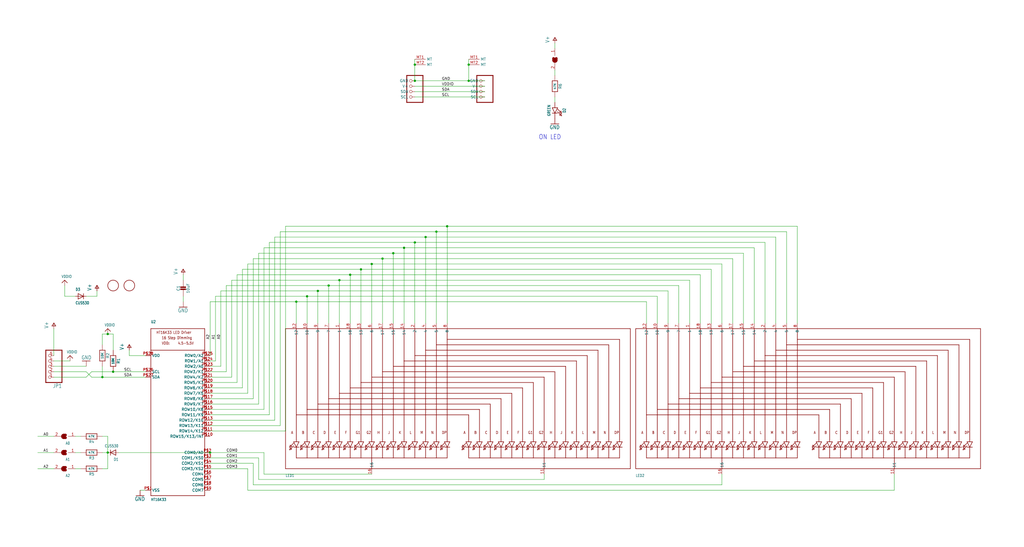
<source format=kicad_sch>
(kicad_sch (version 20230121) (generator eeschema)
  (paper "User" 482.803 257.835)
  (lib_symbols
    (symbol "working-eagle-import:CAP_CERAMIC0805-NOOUTLINE"
      (property "Reference" "C" (at -2.29 1.25 90))
      (symbol "CAP_CERAMIC0805-NOOUTLINE_1_0"
        (pin passive line (at 0 5.08 270) (length 2.54) (name "1") (number "1"))
        (pin passive line (at 0 -2.54 90) (length 2.54) (name "2") (number "2"))
      )
    )
    (symbol "working-eagle-import:DIODESOD-323F"
      (property "Reference" "D" (at -2.54 2.54 0))
      (symbol "DIODESOD-323F_1_0"
        (pin passive line (at -2.54 0 0) (length 2.54) (name "A") (number "A"))
        (pin passive line (at 2.54 0 180) (length 2.54) (name "C") (number "C"))
      )
    )
    (symbol "working-eagle-import:DISP_SEGMENT_STARBURST_DUAL_COMMONCATHODE"
      (property "Reference" "LED" (at -81.28 38.1 0))
      (symbol "DISP_SEGMENT_STARBURST_DUAL_COMMONCATHODE_1_0"
        (text "A" (at -78.74 17.78 0) (effects (font (size 1.27 1.0795)) (justify left bottom)))
        (text "A" (at 2.54 17.78 0) (effects (font (size 1.27 1.0795)) (justify left bottom)))
        (text "B" (at -73.66 17.78 0) (effects (font (size 1.27 1.0795)) (justify left bottom)))
        (text "B" (at 7.62 17.78 0) (effects (font (size 1.27 1.0795)) (justify left bottom)))
        (text "C" (at -68.58 17.78 0) (effects (font (size 1.27 1.0795)) (justify left bottom)))
        (text "C" (at 12.7 17.78 0) (effects (font (size 1.27 1.0795)) (justify left bottom)))
        (text "D" (at -63.5 17.78 0) (effects (font (size 1.27 1.0795)) (justify left bottom)))
        (text "D" (at 17.78 17.78 0) (effects (font (size 1.27 1.0795)) (justify left bottom)))
        (text "DP" (at -7.62 17.78 0) (effects (font (size 1.27 1.0795)) (justify left bottom)))
        (text "DP" (at 73.66 17.78 0) (effects (font (size 1.27 1.0795)) (justify left bottom)))
        (text "E" (at -58.42 17.78 0) (effects (font (size 1.27 1.0795)) (justify left bottom)))
        (text "E" (at 22.86 17.78 0) (effects (font (size 1.27 1.0795)) (justify left bottom)))
        (text "F" (at -53.34 17.78 0) (effects (font (size 1.27 1.0795)) (justify left bottom)))
        (text "F" (at 27.94 17.78 0) (effects (font (size 1.27 1.0795)) (justify left bottom)))
        (text "G1" (at -48.26 17.78 0) (effects (font (size 1.27 1.0795)) (justify left bottom)))
        (text "G1" (at 33.02 17.78 0) (effects (font (size 1.27 1.0795)) (justify left bottom)))
        (text "G2" (at -43.18 17.78 0) (effects (font (size 1.27 1.0795)) (justify left bottom)))
        (text "G2" (at 38.1 17.78 0) (effects (font (size 1.27 1.0795)) (justify left bottom)))
        (text "H" (at -38.1 17.78 0) (effects (font (size 1.27 1.0795)) (justify left bottom)))
        (text "H" (at 43.18 17.78 0) (effects (font (size 1.27 1.0795)) (justify left bottom)))
        (text "J" (at -33.02 17.78 0) (effects (font (size 1.27 1.0795)) (justify left bottom)))
        (text "J" (at 48.26 17.78 0) (effects (font (size 1.27 1.0795)) (justify left bottom)))
        (text "K" (at -27.94 17.78 0) (effects (font (size 1.27 1.0795)) (justify left bottom)))
        (text "K" (at 53.34 17.78 0) (effects (font (size 1.27 1.0795)) (justify left bottom)))
        (text "L" (at -22.86 17.78 0) (effects (font (size 1.27 1.0795)) (justify left bottom)))
        (text "L" (at 58.42 17.78 0) (effects (font (size 1.27 1.0795)) (justify left bottom)))
        (text "M" (at -17.78 17.78 0) (effects (font (size 1.27 1.0795)) (justify left bottom)))
        (text "M" (at 63.5 17.78 0) (effects (font (size 1.27 1.0795)) (justify left bottom)))
        (text "N" (at -12.7 17.78 0) (effects (font (size 1.27 1.0795)) (justify left bottom)))
        (text "N" (at 68.58 17.78 0) (effects (font (size 1.27 1.0795)) (justify left bottom)))
        (pin bidirectional line (at -55.88 -33.02 90) (length 2.54) (name "1") (number "1"))
        (pin bidirectional line (at -71.12 -33.02 90) (length 2.54) (name "10") (number "10"))
        (pin bidirectional line (at 40.64 38.1 270) (length 2.54) (name "11") (number "11"))
        (pin bidirectional line (at -76.2 -33.02 90) (length 2.54) (name "12") (number "12"))
        (pin bidirectional line (at -45.72 -33.02 90) (length 2.54) (name "13") (number "13"))
        (pin bidirectional line (at -25.4 -33.02 90) (length 2.54) (name "14") (number "14"))
        (pin bidirectional line (at -30.48 -33.02 90) (length 2.54) (name "15") (number "15"))
        (pin bidirectional line (at -40.64 38.1 270) (length 2.54) (name "16") (number "16"))
        (pin bidirectional line (at -35.56 -33.02 90) (length 2.54) (name "17") (number "17"))
        (pin bidirectional line (at -50.8 -33.02 90) (length 2.54) (name "18") (number "18"))
        (pin bidirectional line (at -20.32 -33.02 90) (length 2.54) (name "2") (number "2"))
        (pin bidirectional line (at -15.24 -33.02 90) (length 2.54) (name "4") (number "4"))
        (pin bidirectional line (at -10.16 -33.02 90) (length 2.54) (name "5") (number "5"))
        (pin bidirectional line (at -40.64 -33.02 90) (length 2.54) (name "6") (number "6"))
        (pin bidirectional line (at -60.96 -33.02 90) (length 2.54) (name "7") (number "7"))
        (pin bidirectional line (at -5.08 -33.02 90) (length 2.54) (name "8") (number "8"))
        (pin bidirectional line (at -66.04 -33.02 90) (length 2.54) (name "9") (number "9"))
      )
    )
    (symbol "working-eagle-import:FIDUCIAL")
    (symbol "working-eagle-import:GND" (power)
      (property "Value" "GND" (at -2.54 -2.54 0))
      (symbol "GND_1_0"
        (pin power_in line (at 0 2.54 270) (length 2.54) (name "GND") (number "1"))
      )
    )
    (symbol "working-eagle-import:HEADER-1X570MIL"
      (property "Reference" "JP" (at -6.35 8.255 0))
      (symbol "HEADER-1X570MIL_1_0"
        (pin passive inverted (at -2.54 5.08 0) (length 2.54) (name "1") (number "1"))
        (pin passive inverted (at -2.54 2.54 0) (length 2.54) (name "2") (number "2"))
        (pin passive inverted (at -2.54 0 0) (length 2.54) (name "3") (number "3"))
        (pin passive inverted (at -2.54 -2.54 0) (length 2.54) (name "4") (number "4"))
        (pin passive inverted (at -2.54 -5.08 0) (length 2.54) (name "5") (number "5"))
      )
    )
    (symbol "working-eagle-import:HT16K33_SOP28_SKINNY"
      (property "Reference" "U" (at -12.7 40.64 0))
      (symbol "HT16K33_SOP28_SKINNY_1_0"
        (text "16 Step Dimming" (at -7.62 33.02 0) (effects (font (size 1.27 1.0795)) (justify left bottom)))
        (text "4.5-5.5V" (at 0 30.48 0) (effects (font (size 1.27 1.0795)) (justify left bottom)))
        (text "HT16K33 LED Driver" (at -10.16 35.56 0) (effects (font (size 1.27 1.0795)) (justify left bottom)))
        (text "VDD:" (at -7.62 30.48 0) (effects (font (size 1.27 1.0795)) (justify left bottom)))
        (pin bidirectional line (at -15.24 -38.1 0) (length 2.54) (name "VSS") (number "P$1"))
        (pin bidirectional line (at 15.24 -12.7 180) (length 2.54) (name "ROW15/K13/INT") (number "P$10"))
        (pin bidirectional line (at 15.24 -10.16 180) (length 2.54) (name "ROW14/K12") (number "P$11"))
        (pin bidirectional line (at 15.24 -7.62 180) (length 2.54) (name "ROW13/K11") (number "P$12"))
        (pin bidirectional line (at 15.24 -5.08 180) (length 2.54) (name "ROW12/K10") (number "P$13"))
        (pin bidirectional line (at 15.24 -2.54 180) (length 2.54) (name "ROW11/K9") (number "P$14"))
        (pin bidirectional line (at 15.24 0 180) (length 2.54) (name "ROW10/K8") (number "P$15"))
        (pin bidirectional line (at 15.24 2.54 180) (length 2.54) (name "ROW9/K7") (number "P$16"))
        (pin bidirectional line (at 15.24 5.08 180) (length 2.54) (name "ROW8/K6") (number "P$17"))
        (pin bidirectional line (at 15.24 7.62 180) (length 2.54) (name "ROW7/K5") (number "P$18"))
        (pin bidirectional line (at 15.24 10.16 180) (length 2.54) (name "ROW6/K4") (number "P$19"))
        (pin bidirectional line (at 15.24 -20.32 180) (length 2.54) (name "COM0/AD") (number "P$2"))
        (pin bidirectional line (at 15.24 12.7 180) (length 2.54) (name "ROW5/K3") (number "P$20"))
        (pin bidirectional line (at 15.24 15.24 180) (length 2.54) (name "ROW4/K2") (number "P$21"))
        (pin bidirectional line (at 15.24 17.78 180) (length 2.54) (name "ROW3/K1") (number "P$22"))
        (pin bidirectional line (at 15.24 20.32 180) (length 2.54) (name "ROW2/A0") (number "P$23"))
        (pin bidirectional line (at 15.24 22.86 180) (length 2.54) (name "ROW1/A1") (number "P$24"))
        (pin bidirectional line (at 15.24 25.4 180) (length 2.54) (name "ROW0/A2") (number "P$25"))
        (pin bidirectional line (at -15.24 17.78 0) (length 2.54) (name "SCL") (number "P$26"))
        (pin bidirectional line (at -15.24 15.24 0) (length 2.54) (name "SDA") (number "P$27"))
        (pin bidirectional line (at -15.24 25.4 0) (length 2.54) (name "VDD") (number "P$28"))
        (pin bidirectional line (at 15.24 -22.86 180) (length 2.54) (name "COM1/KS0") (number "P$3"))
        (pin bidirectional line (at 15.24 -25.4 180) (length 2.54) (name "COM2/KS1") (number "P$4"))
        (pin bidirectional line (at 15.24 -27.94 180) (length 2.54) (name "COM3/KS2") (number "P$5"))
        (pin bidirectional line (at 15.24 -30.48 180) (length 2.54) (name "COM4") (number "P$6"))
        (pin bidirectional line (at 15.24 -33.02 180) (length 2.54) (name "COM5") (number "P$7"))
        (pin bidirectional line (at 15.24 -35.56 180) (length 2.54) (name "COM6") (number "P$8"))
        (pin bidirectional line (at 15.24 -38.1 180) (length 2.54) (name "COM7") (number "P$9"))
      )
    )
    (symbol "working-eagle-import:LED0603_NOOUTLINE"
      (property "Reference" "D" (at -1.27 4.445 0))
      (symbol "LED0603_NOOUTLINE_1_0"
        (pin passive line (at -5.08 0 0) (length 2.54) (name "A") (number "A"))
        (pin passive line (at 2.54 0 180) (length 2.54) (name "C") (number "C"))
      )
    )
    (symbol "working-eagle-import:RESISTOR_0603_NOOUT"
      (property "Reference" "R" (at 0 2.54 0))
      (symbol "RESISTOR_0603_NOOUT_1_0"
        (pin passive line (at -5.08 0 0) (length 2.54) (name "1") (number "1"))
        (pin passive line (at 5.08 0 180) (length 2.54) (name "2") (number "2"))
      )
    )
    (symbol "working-eagle-import:SOLDERJUMPERCLOSED"
      (property "Reference" "SJ" (at -2.54 2.54 0))
      (symbol "SOLDERJUMPERCLOSED_1_0"
        (pin passive line (at -5.08 0 0) (length 2.54) (name "1") (number "1"))
        (pin passive line (at 5.08 0 180) (length 2.54) (name "2") (number "2"))
      )
    )
    (symbol "working-eagle-import:SOLDERJUMPERREFLOW_NOPASTE"
      (property "Reference" "SJ" (at -2.54 2.54 0))
      (symbol "SOLDERJUMPERREFLOW_NOPASTE_1_0"
        (pin passive line (at -5.08 0 0) (length 2.54) (name "1") (number "1"))
        (pin passive line (at 5.08 0 180) (length 2.54) (name "2") (number "2"))
      )
    )
    (symbol "working-eagle-import:STEMMA_I2C_QTRA"
      (symbol "STEMMA_I2C_QTRA_1_0"
        (pin passive inverted (at 0 5.08 0) (length 2.54) (name "GND") (number "1"))
        (pin passive inverted (at 0 2.54 0) (length 2.54) (name "V+") (number "2"))
        (pin passive inverted (at 0 0 0) (length 2.54) (name "SDA") (number "3"))
        (pin passive inverted (at 0 -2.54 0) (length 2.54) (name "SCL") (number "4"))
      )
      (symbol "STEMMA_I2C_QTRA_2_0"
        (pin bidirectional line (at 0 0 0) (length 5.08) (name "MT") (number "MT1"))
      )
      (symbol "STEMMA_I2C_QTRA_3_0"
        (pin bidirectional line (at 0 0 0) (length 5.08) (name "MT") (number "MT2"))
      )
    )
    (symbol "working-eagle-import:V+" (power)
      (property "Value" "V+" (at -2.54 -2.54 90))
      (symbol "V+_1_0"
        (pin power_in line (at 0 -2.54 90) (length 2.54) (name "V+") (number "1"))
      )
    )
    (symbol "working-eagle-import:VDDIO" (power)
      (property "Value" "VDDIO" (at -1.524 1.016 0))
      (symbol "VDDIO_1_0"
        (pin power_in line (at 0 -2.54 90) (length 2.54) (name "VDDIO") (number "1"))
      )
    )
  )
  (junction (at 149.86 137.16))
  (junction (at 195.58 38.1))
  (junction (at 220.98 30.48))
  (junction (at 220.98 38.1))
  (junction (at 180.34 121.92))
  (junction (at 185.42 119.38))
  (junction (at 210.82 106.68))
  (junction (at 144.78 139.7))
  (junction (at 170.18 127))
  (junction (at 53.34 175.26))
  (junction (at 99.06 213.36))
  (junction (at 165.1 129.54))
  (junction (at 50.8 157.48))
  (junction (at 50.8 213.36))
  (junction (at 139.7 142.24))
  (junction (at 154.94 134.62))
  (junction (at 195.58 114.3))
  (junction (at 48.26 177.8))
  (junction (at 160.02 132.08))
  (junction (at 200.66 111.76))
  (junction (at 175.26 124.46))
  (junction (at 195.58 30.48))
  (junction (at 190.5 116.84))
  (junction (at 205.74 109.22))
  (wire (pts (xy 116.84 220.98) (xy 116.84 231.14)) (stroke (width 0.1524)))
  (wire (pts (xy 99.06 175.26) (xy 106.68 175.26)) (stroke (width 0.1524)))
  (wire (pts (xy 180.34 121.92) (xy 180.34 152.4)) (stroke (width 0.1524)))
  (wire (pts (xy 104.14 172.72) (xy 104.14 137.16)) (stroke (width 0.1524)))
  (wire (pts (xy 25.4 220.98) (xy 17.78 220.98)) (stroke (width 0.1524)))
  (wire (pts (xy 360.68 114.3) (xy 360.68 152.4)) (stroke (width 0.1524)))
  (wire (pts (xy 228.6 38.1) (xy 220.98 38.1)) (stroke (width 0.1524)))
  (wire (pts (xy 99.06 220.98) (xy 116.84 220.98)) (stroke (width 0.1524)))
  (wire (pts (xy 127 114.3) (xy 195.58 114.3)) (stroke (width 0.1524)))
  (wire (pts (xy 190.5 116.84) (xy 190.5 152.4)) (stroke (width 0.1524)))
  (wire (pts (xy 33.02 170.18) (xy 25.4 170.18)) (stroke (width 0.1524)))
  (wire (pts (xy 190.5 116.84) (xy 355.6 116.84)) (stroke (width 0.1524)))
  (wire (pts (xy 144.78 139.7) (xy 144.78 152.4)) (stroke (width 0.1524)))
  (wire (pts (xy 154.94 134.62) (xy 154.94 152.4)) (stroke (width 0.1524)))
  (wire (pts (xy 99.06 187.96) (xy 119.38 187.96)) (stroke (width 0.1524)))
  (wire (pts (xy 48.26 220.98) (xy 50.8 220.98)) (stroke (width 0.1524)))
  (wire (pts (xy 48.26 205.74) (xy 50.8 205.74)) (stroke (width 0.1524)))
  (wire (pts (xy 38.1 220.98) (xy 35.56 220.98)) (stroke (width 0.1524)))
  (wire (pts (xy 101.6 139.7) (xy 144.78 139.7)) (stroke (width 0.1524)))
  (wire (pts (xy 165.1 129.54) (xy 330.2 129.54)) (stroke (width 0.1524)))
  (wire (pts (xy 149.86 137.16) (xy 149.86 152.4)) (stroke (width 0.1524)))
  (wire (pts (xy 119.38 228.6) (xy 340.36 228.6)) (stroke (width 0.1524)))
  (wire (pts (xy 99.06 218.44) (xy 119.38 218.44)) (stroke (width 0.1524)))
  (wire (pts (xy 48.26 177.8) (xy 48.26 172.72)) (stroke (width 0.1524)))
  (wire (pts (xy 139.7 142.24) (xy 139.7 152.4)) (stroke (width 0.1524)))
  (wire (pts (xy 116.84 231.14) (xy 421.64 231.14)) (stroke (width 0.1524)))
  (wire (pts (xy 210.82 106.68) (xy 210.82 152.4)) (stroke (width 0.1524)))
  (wire (pts (xy 50.8 220.98) (xy 50.8 213.36)) (stroke (width 0.1524)))
  (wire (pts (xy 40.64 175.26) (xy 43.18 177.8)) (stroke (width 0.1524)))
  (wire (pts (xy 345.44 121.92) (xy 345.44 152.4)) (stroke (width 0.1524)))
  (wire (pts (xy 121.92 119.38) (xy 185.42 119.38)) (stroke (width 0.1524)))
  (wire (pts (xy 99.06 167.64) (xy 99.06 142.24)) (stroke (width 0.1524)))
  (wire (pts (xy 261.62 48.26) (xy 261.62 45.72)) (stroke (width 0.1524)))
  (wire (pts (xy 86.36 129.54) (xy 86.36 132.08)) (stroke (width 0.1524)))
  (wire (pts (xy 104.14 137.16) (xy 149.86 137.16)) (stroke (width 0.1524)))
  (wire (pts (xy 114.3 127) (xy 170.18 127)) (stroke (width 0.1524)))
  (wire (pts (xy 60.96 167.64) (xy 60.96 165.1)) (stroke (width 0.1524)))
  (wire (pts (xy 124.46 116.84) (xy 190.5 116.84)) (stroke (width 0.1524)))
  (wire (pts (xy 50.8 213.36) (xy 50.8 205.74)) (stroke (width 0.1524)))
  (wire (pts (xy 228.6 45.72) (xy 195.58 45.72)) (stroke (width 0.1524)))
  (wire (pts (xy 127 195.58) (xy 127 114.3)) (stroke (width 0.1524)))
  (wire (pts (xy 99.06 213.36) (xy 124.46 213.36)) (stroke (width 0.1524)))
  (wire (pts (xy 119.38 187.96) (xy 119.38 121.92)) (stroke (width 0.1524)))
  (wire (pts (xy 175.26 124.46) (xy 340.36 124.46)) (stroke (width 0.1524)))
  (wire (pts (xy 228.6 43.18) (xy 195.58 43.18)) (stroke (width 0.1524)))
  (wire (pts (xy 340.36 228.6) (xy 340.36 223.52)) (stroke (width 0.1524)))
  (wire (pts (xy 365.76 111.76) (xy 365.76 152.4)) (stroke (width 0.1524)))
  (wire (pts (xy 124.46 193.04) (xy 124.46 116.84)) (stroke (width 0.1524)))
  (wire (pts (xy 119.38 218.44) (xy 119.38 228.6)) (stroke (width 0.1524)))
  (wire (pts (xy 99.06 200.66) (xy 132.08 200.66)) (stroke (width 0.1524)))
  (wire (pts (xy 99.06 193.04) (xy 124.46 193.04)) (stroke (width 0.1524)))
  (wire (pts (xy 99.06 180.34) (xy 111.76 180.34)) (stroke (width 0.1524)))
  (wire (pts (xy 99.06 170.18) (xy 101.6 170.18)) (stroke (width 0.1524)))
  (wire (pts (xy 175.26 124.46) (xy 175.26 152.4)) (stroke (width 0.1524)))
  (wire (pts (xy 35.56 139.7) (xy 30.48 139.7)) (stroke (width 0.1524)))
  (wire (pts (xy 185.42 119.38) (xy 185.42 152.4)) (stroke (width 0.1524)))
  (wire (pts (xy 106.68 175.26) (xy 106.68 134.62)) (stroke (width 0.1524)))
  (wire (pts (xy 129.54 111.76) (xy 200.66 111.76)) (stroke (width 0.1524)))
  (wire (pts (xy 370.84 109.22) (xy 370.84 152.4)) (stroke (width 0.1524)))
  (wire (pts (xy 185.42 119.38) (xy 350.52 119.38)) (stroke (width 0.1524)))
  (wire (pts (xy 205.74 109.22) (xy 370.84 109.22)) (stroke (width 0.1524)))
  (wire (pts (xy 132.08 200.66) (xy 132.08 109.22)) (stroke (width 0.1524)))
  (wire (pts (xy 121.92 190.5) (xy 121.92 119.38)) (stroke (width 0.1524)))
  (wire (pts (xy 121.92 215.9) (xy 121.92 226.06)) (stroke (width 0.1524)))
  (wire (pts (xy 124.46 213.36) (xy 124.46 223.52)) (stroke (width 0.1524)))
  (wire (pts (xy 68.58 175.26) (xy 53.34 175.26)) (stroke (width 0.1524)))
  (wire (pts (xy 99.06 172.72) (xy 104.14 172.72)) (stroke (width 0.1524)))
  (wire (pts (xy 134.62 203.2) (xy 134.62 106.68)) (stroke (width 0.1524)))
  (wire (pts (xy 25.4 167.64) (xy 25.4 154.94)) (stroke (width 0.1524)))
  (wire (pts (xy 45.72 137.16) (xy 45.72 139.7)) (stroke (width 0.1524)))
  (wire (pts (xy 139.7 142.24) (xy 304.8 142.24)) (stroke (width 0.1524)))
  (wire (pts (xy 68.58 177.8) (xy 48.26 177.8)) (stroke (width 0.1524)))
  (wire (pts (xy 111.76 180.34) (xy 111.76 129.54)) (stroke (width 0.1524)))
  (wire (pts (xy 320.04 134.62) (xy 320.04 152.4)) (stroke (width 0.1524)))
  (wire (pts (xy 38.1 205.74) (xy 35.56 205.74)) (stroke (width 0.1524)))
  (wire (pts (xy 210.82 106.68) (xy 375.92 106.68)) (stroke (width 0.1524)))
  (wire (pts (xy 43.18 175.26) (xy 40.64 177.8)) (stroke (width 0.1524)))
  (wire (pts (xy 129.54 198.12) (xy 129.54 111.76)) (stroke (width 0.1524)))
  (wire (pts (xy 121.92 226.06) (xy 256.54 226.06)) (stroke (width 0.1524)))
  (wire (pts (xy 195.58 30.48) (xy 195.58 38.1)) (stroke (width 0.1524)))
  (wire (pts (xy 340.36 124.46) (xy 340.36 152.4)) (stroke (width 0.1524)))
  (wire (pts (xy 50.8 157.48) (xy 53.34 157.48)) (stroke (width 0.1524)))
  (wire (pts (xy 200.66 111.76) (xy 365.76 111.76)) (stroke (width 0.1524)))
  (wire (pts (xy 170.18 127) (xy 335.28 127)) (stroke (width 0.1524)))
  (wire (pts (xy 86.36 142.24) (xy 86.36 139.7)) (stroke (width 0.1524)))
  (wire (pts (xy 99.06 195.58) (xy 127 195.58)) (stroke (width 0.1524)))
  (wire (pts (xy 228.6 40.64) (xy 195.58 40.64)) (stroke (width 0.1524)))
  (wire (pts (xy 99.06 203.2) (xy 134.62 203.2)) (stroke (width 0.1524)))
  (wire (pts (xy 25.4 213.36) (xy 17.78 213.36)) (stroke (width 0.1524)))
  (wire (pts (xy 355.6 116.84) (xy 355.6 152.4)) (stroke (width 0.1524)))
  (wire (pts (xy 304.8 142.24) (xy 304.8 152.4)) (stroke (width 0.1524)))
  (wire (pts (xy 109.22 132.08) (xy 160.02 132.08)) (stroke (width 0.1524)))
  (wire (pts (xy 99.06 182.88) (xy 114.3 182.88)) (stroke (width 0.1524)))
  (wire (pts (xy 101.6 170.18) (xy 101.6 139.7)) (stroke (width 0.1524)))
  (wire (pts (xy 144.78 139.7) (xy 309.88 139.7)) (stroke (width 0.1524)))
  (wire (pts (xy 48.26 162.56) (xy 48.26 157.48)) (stroke (width 0.1524)))
  (wire (pts (xy 421.64 231.14) (xy 421.64 223.52)) (stroke (width 0.1524)))
  (wire (pts (xy 220.98 30.48) (xy 220.98 27.94)) (stroke (width 0.1524)))
  (wire (pts (xy 53.34 175.26) (xy 43.18 175.26)) (stroke (width 0.1524)))
  (wire (pts (xy 195.58 114.3) (xy 195.58 152.4)) (stroke (width 0.1524)))
  (wire (pts (xy 134.62 106.68) (xy 210.82 106.68)) (stroke (width 0.1524)))
  (wire (pts (xy 149.86 137.16) (xy 314.96 137.16)) (stroke (width 0.1524)))
  (wire (pts (xy 165.1 129.54) (xy 165.1 152.4)) (stroke (width 0.1524)))
  (wire (pts (xy 30.48 139.7) (xy 30.48 134.62)) (stroke (width 0.1524)))
  (wire (pts (xy 309.88 139.7) (xy 309.88 152.4)) (stroke (width 0.1524)))
  (wire (pts (xy 180.34 121.92) (xy 345.44 121.92)) (stroke (width 0.1524)))
  (wire (pts (xy 43.18 177.8) (xy 48.26 177.8)) (stroke (width 0.1524)))
  (wire (pts (xy 40.64 172.72) (xy 25.4 172.72)) (stroke (width 0.1524)))
  (wire (pts (xy 205.74 109.22) (xy 205.74 152.4)) (stroke (width 0.1524)))
  (wire (pts (xy 170.18 127) (xy 170.18 152.4)) (stroke (width 0.1524)))
  (wire (pts (xy 375.92 106.68) (xy 375.92 152.4)) (stroke (width 0.1524)))
  (wire (pts (xy 66.04 231.14) (xy 68.58 231.14)) (stroke (width 0.1524)))
  (wire (pts (xy 116.84 185.42) (xy 116.84 124.46)) (stroke (width 0.1524)))
  (wire (pts (xy 154.94 134.62) (xy 320.04 134.62)) (stroke (width 0.1524)))
  (wire (pts (xy 350.52 119.38) (xy 350.52 152.4)) (stroke (width 0.1524)))
  (wire (pts (xy 99.06 215.9) (xy 121.92 215.9)) (stroke (width 0.1524)))
  (wire (pts (xy 109.22 177.8) (xy 109.22 132.08)) (stroke (width 0.1524)))
  (wire (pts (xy 195.58 27.94) (xy 195.58 30.48)) (stroke (width 0.1524)))
  (wire (pts (xy 45.72 139.7) (xy 40.64 139.7)) (stroke (width 0.1524)))
  (wire (pts (xy 195.58 114.3) (xy 360.68 114.3)) (stroke (width 0.1524)))
  (wire (pts (xy 160.02 132.08) (xy 325.12 132.08)) (stroke (width 0.1524)))
  (wire (pts (xy 124.46 223.52) (xy 175.26 223.52)) (stroke (width 0.1524)))
  (wire (pts (xy 114.3 182.88) (xy 114.3 127)) (stroke (width 0.1524)))
  (wire (pts (xy 335.28 127) (xy 335.28 152.4)) (stroke (width 0.1524)))
  (wire (pts (xy 132.08 109.22) (xy 205.74 109.22)) (stroke (width 0.1524)))
  (wire (pts (xy 111.76 129.54) (xy 165.1 129.54)) (stroke (width 0.1524)))
  (wire (pts (xy 220.98 38.1) (xy 195.58 38.1)) (stroke (width 0.1524)))
  (wire (pts (xy 314.96 137.16) (xy 314.96 152.4)) (stroke (width 0.1524)))
  (wire (pts (xy 17.78 205.74) (xy 25.4 205.74)) (stroke (width 0.1524)))
  (wire (pts (xy 160.02 132.08) (xy 160.02 152.4)) (stroke (width 0.1524)))
  (wire (pts (xy 106.68 134.62) (xy 154.94 134.62)) (stroke (width 0.1524)))
  (wire (pts (xy 200.66 111.76) (xy 200.66 152.4)) (stroke (width 0.1524)))
  (wire (pts (xy 220.98 38.1) (xy 220.98 30.48)) (stroke (width 0.1524)))
  (wire (pts (xy 99.06 142.24) (xy 139.7 142.24)) (stroke (width 0.1524)))
  (wire (pts (xy 330.2 129.54) (xy 330.2 152.4)) (stroke (width 0.1524)))
  (wire (pts (xy 55.88 213.36) (xy 99.06 213.36)) (stroke (width 0.1524)))
  (wire (pts (xy 38.1 213.36) (xy 35.56 213.36)) (stroke (width 0.1524)))
  (wire (pts (xy 99.06 177.8) (xy 109.22 177.8)) (stroke (width 0.1524)))
  (wire (pts (xy 99.06 198.12) (xy 129.54 198.12)) (stroke (width 0.1524)))
  (wire (pts (xy 48.26 157.48) (xy 50.8 157.48)) (stroke (width 0.1524)))
  (wire (pts (xy 261.62 33.02) (xy 261.62 35.56)) (stroke (width 0.1524)))
  (wire (pts (xy 116.84 124.46) (xy 175.26 124.46)) (stroke (width 0.1524)))
  (wire (pts (xy 48.26 213.36) (xy 50.8 213.36)) (stroke (width 0.1524)))
  (wire (pts (xy 53.34 157.48) (xy 53.34 165.1)) (stroke (width 0.1524)))
  (wire (pts (xy 261.62 20.32) (xy 261.62 22.86)) (stroke (width 0.1524)))
  (wire (pts (xy 68.58 167.64) (xy 60.96 167.64)) (stroke (width 0.1524)))
  (wire (pts (xy 256.54 226.06) (xy 256.54 223.52)) (stroke (width 0.1524)))
  (wire (pts (xy 99.06 185.42) (xy 116.84 185.42)) (stroke (width 0.1524)))
  (wire (pts (xy 325.12 132.08) (xy 325.12 152.4)) (stroke (width 0.1524)))
  (wire (pts (xy 99.06 190.5) (xy 121.92 190.5)) (stroke (width 0.1524)))
  (wire (pts (xy 25.4 175.26) (xy 40.64 175.26)) (stroke (width 0.1524)))
  (wire (pts (xy 119.38 121.92) (xy 180.34 121.92)) (stroke (width 0.1524)))
  (wire (pts (xy 40.64 177.8) (xy 25.4 177.8)) (stroke (width 0.1524)))
  (text "ON LED" (at 254 66.04 0) (effects (font (size 2.1844 1.8567)) (justify left bottom)))
  (label "VDDIO" (at 208.28 40.64 0) (effects (font (size 1.2446 1.2446))))
  (label "SDA" (at 208.28 43.18 0) (effects (font (size 1.2446 1.2446))))
  (label "COM1" (at 106.68 215.9 0) (effects (font (size 1.2446 1.2446))))
  (label "A2" (at 22.86 220.98 180) (effects (font (size 1.2446 1.2446))))
  (label "GND" (at 208.28 38.1 0) (effects (font (size 1.2446 1.2446))))
  (label "SCL" (at 58.42 175.26 0) (effects (font (size 1.2446 1.2446))))
  (label "A2" (at 99.06 160.02 90) (effects (font (size 1.2446 1.2446))))
  (label "SDA" (at 58.42 177.8 0) (effects (font (size 1.2446 1.2446))))
  (label "COM0" (at 106.68 213.36 0) (effects (font (size 1.2446 1.2446))))
  (label "A0" (at 22.86 205.74 180) (effects (font (size 1.2446 1.2446))))
  (label "A0" (at 104.14 160.02 90) (effects (font (size 1.2446 1.2446))))
  (label "COM2" (at 106.68 218.44 0) (effects (font (size 1.2446 1.2446))))
  (label "A1" (at 101.6 160.02 90) (effects (font (size 1.2446 1.2446))))
  (label "COM3" (at 106.68 220.98 0) (effects (font (size 1.2446 1.2446))))
  (label "A1" (at 22.86 213.36 180) (effects (font (size 1.2446 1.2446))))
  (label "SCL" (at 208.28 45.72 0) (effects (font (size 1.2446 1.2446))))
  (symbol (lib_id "working-eagle-import:VDDIO") (at 33.02 167.64 0) (unit 1)
    (property "Reference" "#U$9" (effects hide))
    (property "Value" "VDDIO" (at 31.496 166.624 0) (effects (font (size 1.27 1.0795)) (justify left bottom)))
  )
  (symbol (lib_id "working-eagle-import:STEMMA_I2C_QTRA") (at 220.98 30.48 0) (unit 3)
    (property "Reference" "CONN2" (effects hide))
    (property "Value" "STEMMA_I2C_QTRA" (effects hide))
    (property "Footprint" "working:JST_SH4_RA" (effects hide))
  )
  (symbol (lib_id "working-eagle-import:DISP_SEGMENT_STARBURST_DUAL_COMMONCATHODE") (at 381 185.42 0) (mirror x) (unit 1)
    (property "Reference" "LED2" (at 299.72 223.52 0) (effects (font (size 1.27 1.0795)) (justify left bottom)))
    (property "Value" "DISP_SEGMENT_STARBURST_DUAL_COMMONCATHODE" (effects hide))
    (property "Footprint" "working:SEGMENT_STARTBUST_DUAL_KWA-541CBB" (effects hide))
  )
  (symbol (lib_id "working-eagle-import:SOLDERJUMPERCLOSED") (at 261.62 27.94 270) (unit 1)
    (property "Reference" "LEDJMP0" (effects hide))
    (property "Value" "SOLDERJUMPERCLOSED" (effects hide))
    (property "Footprint" "working:SOLDERJUMPER_CLOSEDWIRE" (effects hide))
  )
  (symbol (lib_id "working-eagle-import:SOLDERJUMPERREFLOW_NOPASTE") (at 30.48 220.98 180) (unit 1)
    (property "Reference" "A2" (at 33.02 223.52 0) (effects (font (size 1.27 1.0795)) (justify left bottom)))
    (property "Value" "SOLDERJUMPERREFLOW_NOPASTE" (effects hide))
    (property "Footprint" "working:SOLDERJUMPER_REFLOW_NOPASTE" (effects hide))
  )
  (symbol (lib_id "working-eagle-import:STEMMA_I2C_QTRA") (at 220.98 27.94 0) (unit 2)
    (property "Reference" "CONN2" (effects hide))
    (property "Value" "STEMMA_I2C_QTRA" (effects hide))
    (property "Footprint" "working:JST_SH4_RA" (effects hide))
  )
  (symbol (lib_id "working-eagle-import:LED0603_NOOUTLINE") (at 261.62 53.34 270) (unit 1)
    (property "Reference" "D2" (at 266.065 52.07 0) (effects (font (size 1.27 1.0795))))
    (property "Value" "GREEN" (at 258.826 52.07 0) (effects (font (size 1.27 1.0795))))
    (property "Footprint" "working:CHIPLED_0603_NOOUTLINE" (effects hide))
  )
  (symbol (lib_id "working-eagle-import:FIDUCIAL") (at 53.34 134.62 0) (unit 1)
    (property "Reference" "U$1" (effects hide))
    (property "Value" "FIDUCIAL" (effects hide))
    (property "Footprint" "working:FIDUCIAL_1MM" (effects hide))
  )
  (symbol (lib_id "working-eagle-import:DISP_SEGMENT_STARBURST_DUAL_COMMONCATHODE") (at 215.9 185.42 0) (mirror x) (unit 1)
    (property "Reference" "LED1" (at 134.62 223.52 0) (effects (font (size 1.27 1.0795)) (justify left bottom)))
    (property "Value" "DISP_SEGMENT_STARBURST_DUAL_COMMONCATHODE" (effects hide))
    (property "Footprint" "working:SEGMENT_STARTBUST_DUAL_KWA-541CBB" (effects hide))
  )
  (symbol (lib_id "working-eagle-import:HEADER-1X570MIL") (at 22.86 172.72 180) (unit 1)
    (property "Reference" "JP1" (at 29.21 180.975 0) (effects (font (size 1.778 1.5113)) (justify left bottom)))
    (property "Value" "HEADER-1X570MIL" (effects hide))
    (property "Footprint" "working:1X05_ROUND_70" (effects hide))
  )
  (symbol (lib_id "working-eagle-import:STEMMA_I2C_QTRA") (at 195.58 43.18 0) (mirror y) (unit 1)
    (property "Reference" "CONN1" (effects hide))
    (property "Value" "STEMMA_I2C_QTRA" (effects hide))
    (property "Footprint" "working:JST_SH4_RA" (effects hide))
  )
  (symbol (lib_id "working-eagle-import:V+") (at 261.62 17.78 0) (unit 1)
    (property "Reference" "#P+5" (effects hide))
    (property "Value" "V+" (at 259.08 20.32 90) (effects (font (size 1.778 1.5113)) (justify left bottom)))
  )
  (symbol (lib_id "working-eagle-import:RESISTOR_0603_NOOUT") (at 48.26 167.64 270) (unit 1)
    (property "Reference" "R2" (at 50.8 167.64 0))
    (property "Value" "10K" (at 48.26 167.64 0) (effects (font (size 1.016 1.016) bold)))
    (property "Footprint" "working:0603-NO" (effects hide))
  )
  (symbol (lib_id "working-eagle-import:STEMMA_I2C_QTRA") (at 228.6 43.18 0) (mirror y) (unit 1)
    (property "Reference" "CONN2" (effects hide))
    (property "Value" "STEMMA_I2C_QTRA" (effects hide))
    (property "Footprint" "working:JST_SH4_RA" (effects hide))
  )
  (symbol (lib_id "working-eagle-import:RESISTOR_0603_NOOUT") (at 43.18 213.36 180) (unit 1)
    (property "Reference" "R3" (at 43.18 215.9 0))
    (property "Value" "47K" (at 43.18 213.36 0) (effects (font (size 1.016 1.016) bold)))
    (property "Footprint" "working:0603-NO" (effects hide))
  )
  (symbol (lib_id "working-eagle-import:GND") (at 40.64 170.18 180) (unit 1)
    (property "Reference" "#GND2" (effects hide))
    (property "Value" "GND" (at 43.18 167.64 0) (effects (font (size 1.778 1.5113)) (justify left bottom)))
  )
  (symbol (lib_id "working-eagle-import:V+") (at 86.36 127 0) (unit 1)
    (property "Reference" "#P+1" (effects hide))
    (property "Value" "V+" (at 83.82 129.54 90) (effects (font (size 1.778 1.5113)) (justify left bottom)))
  )
  (symbol (lib_id "working-eagle-import:VDDIO") (at 30.48 132.08 0) (unit 1)
    (property "Reference" "#U$4" (effects hide))
    (property "Value" "VDDIO" (at 28.956 131.064 0) (effects (font (size 1.27 1.0795)) (justify left bottom)))
  )
  (symbol (lib_id "working-eagle-import:DIODESOD-323F") (at 53.34 213.36 180) (unit 1)
    (property "Reference" "D1" (at 55.88 215.9 0) (effects (font (size 1.27 1.0795)) (justify left bottom)))
    (property "Value" "CUS530" (at 55.88 209.55 0) (effects (font (size 1.27 1.0795)) (justify left bottom)))
    (property "Footprint" "working:SOD-323F" (effects hide))
  )
  (symbol (lib_id "working-eagle-import:SOLDERJUMPERREFLOW_NOPASTE") (at 30.48 213.36 180) (unit 1)
    (property "Reference" "A1" (at 33.02 215.9 0) (effects (font (size 1.27 1.0795)) (justify left bottom)))
    (property "Value" "SOLDERJUMPERREFLOW_NOPASTE" (effects hide))
    (property "Footprint" "working:SOLDERJUMPER_REFLOW_NOPASTE" (effects hide))
  )
  (symbol (lib_id "working-eagle-import:HT16K33_SOP28_SKINNY") (at 83.82 193.04 0) (unit 1)
    (property "Reference" "U2" (at 71.12 152.4 0) (effects (font (size 1.27 1.0795)) (justify left bottom)))
    (property "Value" "HT16K33" (at 71.12 236.22 0) (effects (font (size 1.27 1.0795)) (justify left bottom)))
    (property "Footprint" "working:SOP28_300MIL_SKINNY" (effects hide))
  )
  (symbol (lib_id "working-eagle-import:RESISTOR_0603_NOOUT") (at 43.18 205.74 180) (unit 1)
    (property "Reference" "R4" (at 43.18 208.28 0))
    (property "Value" "47K" (at 43.18 205.74 0) (effects (font (size 1.016 1.016) bold)))
    (property "Footprint" "working:0603-NO" (effects hide))
  )
  (symbol (lib_id "working-eagle-import:RESISTOR_0603_NOOUT") (at 261.62 40.64 270) (unit 1)
    (property "Reference" "R6" (at 264.16 40.64 0))
    (property "Value" "47K" (at 261.62 40.64 0) (effects (font (size 1.016 1.016) bold)))
    (property "Footprint" "working:0603-NO" (effects hide))
  )
  (symbol (lib_id "working-eagle-import:VDDIO") (at 50.8 154.94 0) (unit 1)
    (property "Reference" "#U$5" (effects hide))
    (property "Value" "VDDIO" (at 49.276 153.924 0) (effects (font (size 1.27 1.0795)) (justify left bottom)))
  )
  (symbol (lib_id "working-eagle-import:STEMMA_I2C_QTRA") (at 195.58 27.94 0) (unit 2)
    (property "Reference" "CONN1" (effects hide))
    (property "Value" "STEMMA_I2C_QTRA" (effects hide))
    (property "Footprint" "working:JST_SH4_RA" (effects hide))
  )
  (symbol (lib_id "working-eagle-import:RESISTOR_0603_NOOUT") (at 53.34 170.18 270) (unit 1)
    (property "Reference" "R1" (at 55.88 170.18 0))
    (property "Value" "10K" (at 53.34 170.18 0) (effects (font (size 1.016 1.016) bold)))
    (property "Footprint" "working:0603-NO" (effects hide))
  )
  (symbol (lib_id "working-eagle-import:FIDUCIAL") (at 60.96 134.62 0) (unit 1)
    (property "Reference" "U$2" (effects hide))
    (property "Value" "FIDUCIAL" (effects hide))
    (property "Footprint" "working:FIDUCIAL_1MM" (effects hide))
  )
  (symbol (lib_id "working-eagle-import:CAP_CERAMIC0805-NOOUTLINE") (at 86.36 137.16 0) (unit 1)
    (property "Reference" "C1" (at 84.07 135.91 90))
    (property "Value" "10uF" (at 88.66 135.91 90))
    (property "Footprint" "working:0805-NO" (effects hide))
  )
  (symbol (lib_id "working-eagle-import:V+") (at 25.4 152.4 0) (unit 1)
    (property "Reference" "#P+3" (effects hide))
    (property "Value" "V+" (at 22.86 154.94 90) (effects (font (size 1.778 1.5113)) (justify left bottom)))
  )
  (symbol (lib_id "working-eagle-import:SOLDERJUMPERREFLOW_NOPASTE") (at 30.48 205.74 180) (unit 1)
    (property "Reference" "A0" (at 33.02 208.28 0) (effects (font (size 1.27 1.0795)) (justify left bottom)))
    (property "Value" "SOLDERJUMPERREFLOW_NOPASTE" (effects hide))
    (property "Footprint" "working:SOLDERJUMPER_REFLOW_NOPASTE" (effects hide))
  )
  (symbol (lib_id "working-eagle-import:DIODESOD-323F") (at 38.1 139.7 0) (unit 1)
    (property "Reference" "D3" (at 35.56 137.16 0) (effects (font (size 1.27 1.0795)) (justify left bottom)))
    (property "Value" "CUS530" (at 35.56 143.51 0) (effects (font (size 1.27 1.0795)) (justify left bottom)))
    (property "Footprint" "working:SOD-323F" (effects hide))
  )
  (symbol (lib_id "working-eagle-import:V+") (at 45.72 134.62 0) (unit 1)
    (property "Reference" "#P+2" (effects hide))
    (property "Value" "V+" (at 43.18 137.16 90) (effects (font (size 1.778 1.5113)) (justify left bottom)))
  )
  (symbol (lib_id "working-eagle-import:GND") (at 86.36 144.78 0) (unit 1)
    (property "Reference" "#GND3" (effects hide))
    (property "Value" "GND" (at 83.82 147.32 0) (effects (font (size 1.778 1.5113)) (justify left bottom)))
  )
  (symbol (lib_id "working-eagle-import:V+") (at 60.96 162.56 0) (unit 1)
    (property "Reference" "#P+4" (effects hide))
    (property "Value" "V+" (at 58.42 165.1 90) (effects (font (size 1.778 1.5113)) (justify left bottom)))
  )
  (symbol (lib_id "working-eagle-import:STEMMA_I2C_QTRA") (at 195.58 30.48 0) (unit 3)
    (property "Reference" "CONN1" (effects hide))
    (property "Value" "STEMMA_I2C_QTRA" (effects hide))
    (property "Footprint" "working:JST_SH4_RA" (effects hide))
  )
  (symbol (lib_id "working-eagle-import:RESISTOR_0603_NOOUT") (at 43.18 220.98 180) (unit 1)
    (property "Reference" "R5" (at 43.18 223.52 0))
    (property "Value" "47K" (at 43.18 220.98 0) (effects (font (size 1.016 1.016) bold)))
    (property "Footprint" "working:0603-NO" (effects hide))
  )
  (symbol (lib_id "working-eagle-import:GND") (at 66.04 233.68 0) (unit 1)
    (property "Reference" "#GND5" (effects hide))
    (property "Value" "GND" (at 63.5 236.22 0) (effects (font (size 1.778 1.5113)) (justify left bottom)))
  )
  (symbol (lib_id "working-eagle-import:GND") (at 261.62 58.42 0) (unit 1)
    (property "Reference" "#GND6" (effects hide))
    (property "Value" "GND" (at 259.08 60.96 0) (effects (font (size 1.778 1.5113)) (justify left bottom)))
  )
)
</source>
